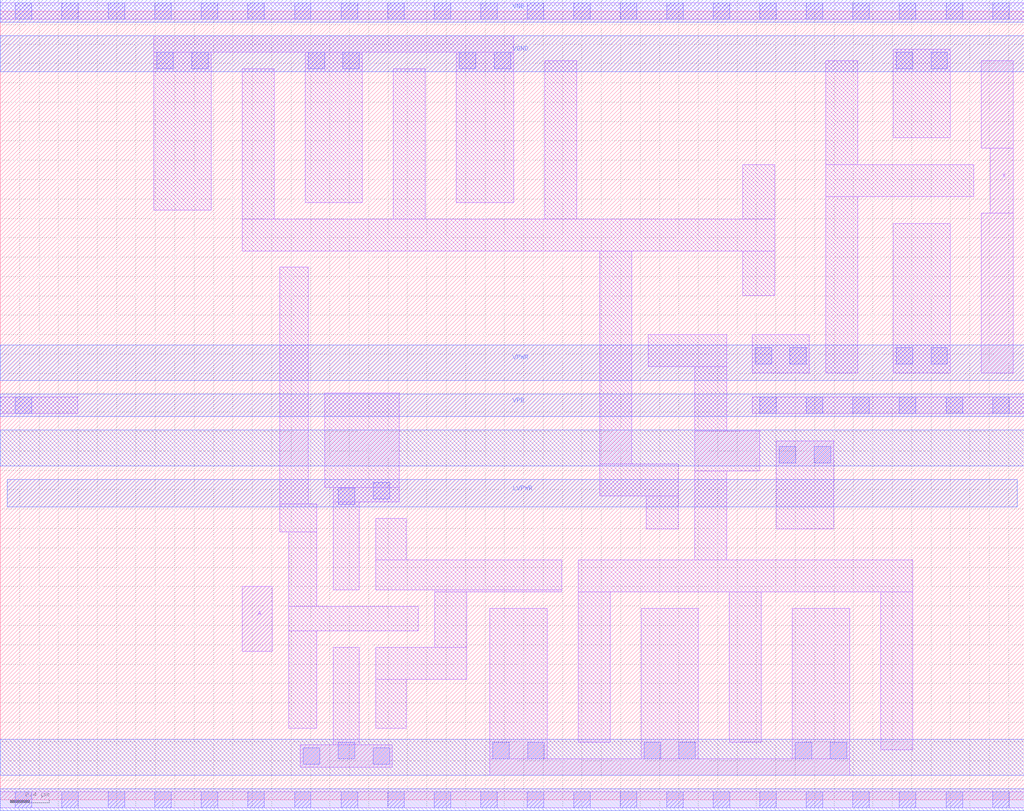
<source format=lef>
# Copyright 2020 The SkyWater PDK Authors
#
# Licensed under the Apache License, Version 2.0 (the "License");
# you may not use this file except in compliance with the License.
# You may obtain a copy of the License at
#
#     https://www.apache.org/licenses/LICENSE-2.0
#
# Unless required by applicable law or agreed to in writing, software
# distributed under the License is distributed on an "AS IS" BASIS,
# WITHOUT WARRANTIES OR CONDITIONS OF ANY KIND, either express or implied.
# See the License for the specific language governing permissions and
# limitations under the License.
#
# SPDX-License-Identifier: Apache-2.0

VERSION 5.7 ;
  NAMESCASESENSITIVE ON ;
  NOWIREEXTENSIONATPIN ON ;
  DIVIDERCHAR "/" ;
  BUSBITCHARS "[]" ;
UNITS
  DATABASE MICRONS 200 ;
END UNITS
MACRO sky130_fd_sc_hvl__lsbuflv2hv_1
  CLASS CORE ;
  SOURCE USER ;
  FOREIGN sky130_fd_sc_hvl__lsbuflv2hv_1 ;
  ORIGIN  0.000000  0.000000 ;
  SIZE  10.56000 BY  8.140000 ;
  SYMMETRY X Y R90 ;
  SITE unithv ;
  PIN A
    ANTENNAGATEAREA  0.252000 ;
    DIRECTION INPUT ;
    USE SIGNAL ;
    PORT
      LAYER li1 ;
        RECT 2.495000 1.530000 2.805000 2.200000 ;
    END
  END A
  PIN X
    ANTENNADIFFAREA  0.596250 ;
    DIRECTION OUTPUT ;
    USE SIGNAL ;
    PORT
      LAYER li1 ;
        RECT 10.120000 4.405000 10.450000 6.055000 ;
        RECT 10.120000 6.725000 10.450000 7.625000 ;
        RECT 10.210000 6.055000 10.450000 6.725000 ;
    END
  END X
  PIN LVPWR
    DIRECTION INOUT ;
    USE POWER ;
    PORT
      LAYER met1 ;
        RECT 0.070000 3.020000 10.490000 3.305000 ;
    END
  END LVPWR
  PIN VGND
    DIRECTION INOUT ;
    USE GROUND ;
    PORT
      LAYER met1 ;
        RECT 0.000000 7.515000 10.560000 7.885000 ;
    END
  END VGND
  PIN VNB
    DIRECTION INOUT ;
    USE GROUND ;
    PORT
      LAYER met1 ;
        RECT 0.000000 8.025000 10.560000 8.255000 ;
    END
  END VNB
  PIN VPB
    DIRECTION INOUT ;
    USE POWER ;
    PORT
      LAYER met1 ;
        RECT 0.000000 3.955000 10.560000 4.185000 ;
    END
  END VPB
  PIN VPWR
    DIRECTION INOUT ;
    USE POWER ;
    PORT
      LAYER met1 ;
        RECT 0.000000 4.325000 10.560000 4.695000 ;
    END
  END VPWR
  OBS
    LAYER li1 ;
      RECT 0.000000 -0.085000 10.560000 0.085000 ;
      RECT 0.000000  3.985000  0.800000 4.155000 ;
      RECT 0.000000  8.055000 10.560000 8.225000 ;
      RECT 1.585000  6.085000  2.175000 7.715000 ;
      RECT 1.585000  7.715000  5.295000 7.885000 ;
      RECT 2.495000  5.665000  7.990000 5.995000 ;
      RECT 2.495000  5.995000  2.825000 7.545000 ;
      RECT 2.885000  2.765000  3.265000 3.055000 ;
      RECT 2.885000  3.055000  3.175000 5.495000 ;
      RECT 2.975000  0.735000  3.265000 1.745000 ;
      RECT 2.975000  1.745000  4.310000 1.995000 ;
      RECT 2.975000  1.995000  3.265000 2.765000 ;
      RECT 3.095000  0.335000  4.045000 0.565000 ;
      RECT 3.145000  6.165000  3.735000 7.715000 ;
      RECT 3.345000  3.225000  4.115000 4.200000 ;
      RECT 3.435000  0.565000  3.705000 1.575000 ;
      RECT 3.435000  2.165000  3.705000 3.075000 ;
      RECT 3.435000  3.075000  4.115000 3.225000 ;
      RECT 3.875000  0.735000  4.185000 1.245000 ;
      RECT 3.875000  1.245000  4.810000 1.575000 ;
      RECT 3.875000  2.165000  5.790000 2.475000 ;
      RECT 3.875000  2.475000  4.185000 2.905000 ;
      RECT 4.055000  5.995000  4.385000 7.545000 ;
      RECT 4.480000  1.575000  4.810000 2.145000 ;
      RECT 4.480000  2.145000  5.790000 2.165000 ;
      RECT 4.705000  6.165000  5.295000 7.715000 ;
      RECT 5.050000  0.255000  8.760000 0.425000 ;
      RECT 5.050000  0.425000  5.640000 1.975000 ;
      RECT 5.615000  5.995000  5.945000 7.625000 ;
      RECT 5.960000  0.595000  6.290000 2.145000 ;
      RECT 5.960000  2.145000  9.410000 2.475000 ;
      RECT 6.185000  3.135000  6.995000 3.465000 ;
      RECT 6.185000  3.465000  6.515000 5.665000 ;
      RECT 6.610000  0.425000  7.200000 1.975000 ;
      RECT 6.665000  2.795000  6.995000 3.135000 ;
      RECT 6.685000  4.470000  7.495000 4.800000 ;
      RECT 7.165000  2.475000  7.495000 3.395000 ;
      RECT 7.165000  3.395000  7.835000 3.805000 ;
      RECT 7.165000  3.805000  7.495000 4.470000 ;
      RECT 7.520000  0.595000  7.850000 2.145000 ;
      RECT 7.660000  5.205000  7.990000 5.665000 ;
      RECT 7.660000  5.995000  7.990000 6.555000 ;
      RECT 7.755000  3.985000 10.560000 4.155000 ;
      RECT 7.755000  4.405000  8.345000 4.800000 ;
      RECT 8.005000  2.795000  8.595000 3.705000 ;
      RECT 8.170000  0.425000  8.760000 1.975000 ;
      RECT 8.515000  4.405000  8.845000 6.225000 ;
      RECT 8.515000  6.225000 10.040000 6.555000 ;
      RECT 8.515000  6.555000  8.845000 7.625000 ;
      RECT 9.080000  0.515000  9.410000 2.145000 ;
      RECT 9.210000  4.405000  9.800000 5.945000 ;
      RECT 9.210000  6.835000  9.800000 7.745000 ;
    LAYER mcon ;
      RECT  0.155000 -0.085000  0.325000 0.085000 ;
      RECT  0.155000  3.985000  0.325000 4.155000 ;
      RECT  0.155000  8.055000  0.325000 8.225000 ;
      RECT  0.635000 -0.085000  0.805000 0.085000 ;
      RECT  0.635000  8.055000  0.805000 8.225000 ;
      RECT  1.115000 -0.085000  1.285000 0.085000 ;
      RECT  1.115000  8.055000  1.285000 8.225000 ;
      RECT  1.595000 -0.085000  1.765000 0.085000 ;
      RECT  1.595000  8.055000  1.765000 8.225000 ;
      RECT  1.615000  7.545000  1.785000 7.715000 ;
      RECT  1.975000  7.545000  2.145000 7.715000 ;
      RECT  2.075000 -0.085000  2.245000 0.085000 ;
      RECT  2.075000  8.055000  2.245000 8.225000 ;
      RECT  2.555000 -0.085000  2.725000 0.085000 ;
      RECT  2.555000  8.055000  2.725000 8.225000 ;
      RECT  3.035000 -0.085000  3.205000 0.085000 ;
      RECT  3.035000  8.055000  3.205000 8.225000 ;
      RECT  3.125000  0.365000  3.295000 0.535000 ;
      RECT  3.175000  7.545000  3.345000 7.715000 ;
      RECT  3.485000  0.425000  3.655000 0.595000 ;
      RECT  3.485000  3.050000  3.655000 3.220000 ;
      RECT  3.515000 -0.085000  3.685000 0.085000 ;
      RECT  3.515000  8.055000  3.685000 8.225000 ;
      RECT  3.535000  7.545000  3.705000 7.715000 ;
      RECT  3.845000  0.365000  4.015000 0.535000 ;
      RECT  3.845000  3.105000  4.015000 3.275000 ;
      RECT  3.995000 -0.085000  4.165000 0.085000 ;
      RECT  3.995000  8.055000  4.165000 8.225000 ;
      RECT  4.475000 -0.085000  4.645000 0.085000 ;
      RECT  4.475000  8.055000  4.645000 8.225000 ;
      RECT  4.735000  7.545000  4.905000 7.715000 ;
      RECT  4.955000 -0.085000  5.125000 0.085000 ;
      RECT  4.955000  8.055000  5.125000 8.225000 ;
      RECT  5.080000  0.425000  5.250000 0.595000 ;
      RECT  5.095000  7.545000  5.265000 7.715000 ;
      RECT  5.435000 -0.085000  5.605000 0.085000 ;
      RECT  5.435000  8.055000  5.605000 8.225000 ;
      RECT  5.440000  0.425000  5.610000 0.595000 ;
      RECT  5.915000 -0.085000  6.085000 0.085000 ;
      RECT  5.915000  8.055000  6.085000 8.225000 ;
      RECT  6.395000 -0.085000  6.565000 0.085000 ;
      RECT  6.395000  8.055000  6.565000 8.225000 ;
      RECT  6.640000  0.425000  6.810000 0.595000 ;
      RECT  6.875000 -0.085000  7.045000 0.085000 ;
      RECT  6.875000  8.055000  7.045000 8.225000 ;
      RECT  7.000000  0.425000  7.170000 0.595000 ;
      RECT  7.355000 -0.085000  7.525000 0.085000 ;
      RECT  7.355000  8.055000  7.525000 8.225000 ;
      RECT  7.785000  4.495000  7.955000 4.665000 ;
      RECT  7.835000 -0.085000  8.005000 0.085000 ;
      RECT  7.835000  3.985000  8.005000 4.155000 ;
      RECT  7.835000  8.055000  8.005000 8.225000 ;
      RECT  8.035000  3.475000  8.205000 3.645000 ;
      RECT  8.145000  4.495000  8.315000 4.665000 ;
      RECT  8.200000  0.425000  8.370000 0.595000 ;
      RECT  8.315000 -0.085000  8.485000 0.085000 ;
      RECT  8.315000  3.985000  8.485000 4.155000 ;
      RECT  8.315000  8.055000  8.485000 8.225000 ;
      RECT  8.395000  3.475000  8.565000 3.645000 ;
      RECT  8.560000  0.425000  8.730000 0.595000 ;
      RECT  8.795000 -0.085000  8.965000 0.085000 ;
      RECT  8.795000  3.985000  8.965000 4.155000 ;
      RECT  8.795000  8.055000  8.965000 8.225000 ;
      RECT  9.240000  4.495000  9.410000 4.665000 ;
      RECT  9.240000  7.545000  9.410000 7.715000 ;
      RECT  9.275000 -0.085000  9.445000 0.085000 ;
      RECT  9.275000  3.985000  9.445000 4.155000 ;
      RECT  9.275000  8.055000  9.445000 8.225000 ;
      RECT  9.600000  4.495000  9.770000 4.665000 ;
      RECT  9.600000  7.545000  9.770000 7.715000 ;
      RECT  9.755000 -0.085000  9.925000 0.085000 ;
      RECT  9.755000  3.985000  9.925000 4.155000 ;
      RECT  9.755000  8.055000  9.925000 8.225000 ;
      RECT 10.235000 -0.085000 10.405000 0.085000 ;
      RECT 10.235000  3.985000 10.405000 4.155000 ;
      RECT 10.235000  8.055000 10.405000 8.225000 ;
    LAYER met1 ;
      RECT 0.000000 -0.115000 10.560000 0.115000 ;
      RECT 0.000000  0.255000 10.560000 0.625000 ;
      RECT 0.000000  3.445000 10.560000 3.815000 ;
  END
END sky130_fd_sc_hvl__lsbuflv2hv_1
END LIBRARY

</source>
